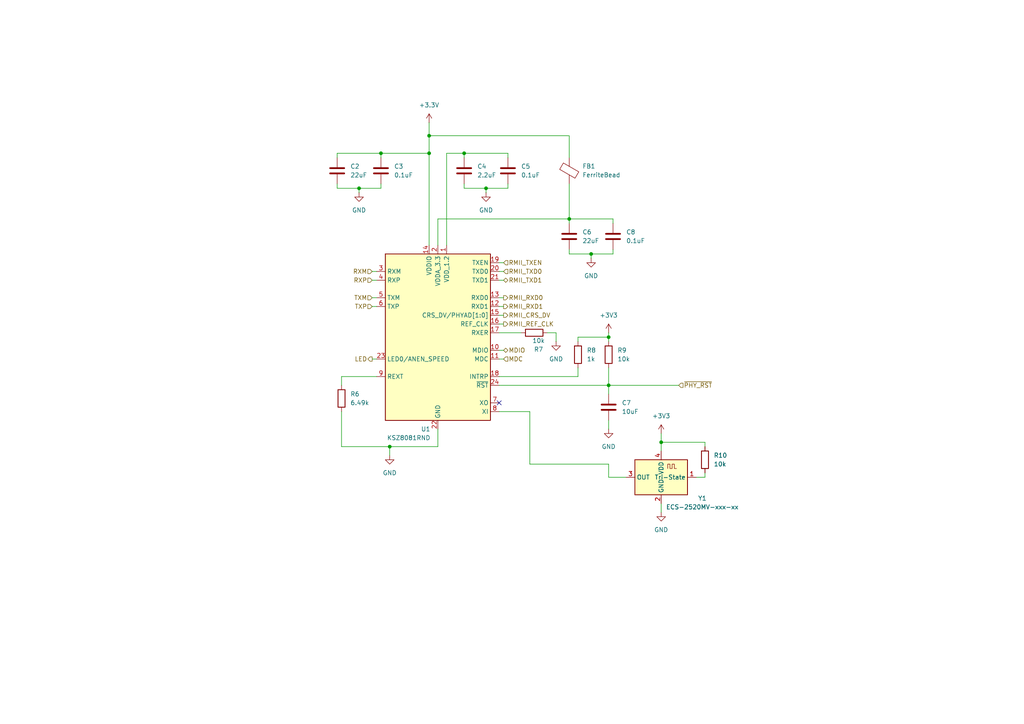
<source format=kicad_sch>
(kicad_sch (version 20250114) (generator "eeschema") (generator_version "9.0")
  (paper "A4")
  (title_block (title "iot-contact"))
  (lib_symbols
    (symbol "Device:C" (pin_numbers (hide yes)) (pin_names (offset 0.254))
      (property "Reference" "C" (at 0.635 2.54 0))
      (property "Value" "C" (at 0.635 -2.54 0))
      (symbol "C_0_1"
        (polyline (pts (xy -2.032 0.762) (xy 2.032 0.762)) (stroke (width 0.508)))
        (polyline (pts (xy -2.032 -0.762) (xy 2.032 -0.762)) (stroke (width 0.508)))
      )
      (symbol "C_1_1"
        (pin passive line (at 0 3.81 270) (length 2.794) (name "~") (number "1"))
        (pin passive line (at 0 -3.81 90) (length 2.794) (name "~") (number "2"))
      )
    )
    (symbol "Device:FerriteBead" (pin_numbers (hide yes)) (pin_names (offset 0))
      (property "Reference" "FB" (at -3.81 0.635 90))
      (property "Value" "FerriteBead" (at 3.81 0 90))
      (symbol "FerriteBead_0_1"
        (polyline (pts (xy -2.7686 0.4064) (xy -1.7018 2.2606) (xy 2.7686 -0.3048) (xy 1.6764 -2.159) (xy -2.7686 0.4064)))
        (polyline (pts (xy 0 1.27) (xy 0 1.2954)))
        (polyline (pts (xy 0 -1.27) (xy 0 -1.2192)))
      )
      (symbol "FerriteBead_1_1"
        (pin passive line (at 0 3.81 270) (length 2.54) (name "~") (number "1"))
        (pin passive line (at 0 -3.81 90) (length 2.54) (name "~") (number "2"))
      )
    )
    (symbol "Device:R" (pin_numbers (hide yes)) (pin_names (offset 0))
      (property "Reference" "R" (at 2.032 0 90))
      (property "Value" "R" (at 0 0 90))
      (symbol "R_0_1"
        (rectangle (start -1.016 -2.54) (end 1.016 2.54) (stroke (width 0.254)))
      )
      (symbol "R_1_1"
        (pin passive line (at 0 3.81 270) (length 1.27) (name "~") (number "1"))
        (pin passive line (at 0 -3.81 90) (length 1.27) (name "~") (number "2"))
      )
    )
    (symbol "Interface_Ethernet:KSZ8081RND"
      (property "Reference" "U" (at -15.24 26.035 0))
      (property "Value" "KSZ8081RND" (at 3.81 26.035 0))
      (symbol "KSZ8081RND_0_1"
        (rectangle (start -15.24 25.4) (end 15.24 -22.86) (stroke (width 0.254)) (fill (type background)))
      )
      (symbol "KSZ8081RND_1_1"
        (pin input line (at -17.78 22.86 0) (length 2.54) (name "TXEN") (number "19"))
        (pin input line (at -17.78 20.32 0) (length 2.54) (name "TXD0") (number "20"))
        (pin bidirectional line (at -17.78 17.78 0) (length 2.54) (name "TXD1") (number "21"))
        (pin output line (at -17.78 12.7 0) (length 2.54) (name "RXD0") (number "13"))
        (pin output line (at -17.78 10.16 0) (length 2.54) (name "RXD1") (number "12"))
        (pin output line (at -17.78 7.62 0) (length 2.54) (name "CRS_DV/PHYAD[1:0]") (number "15"))
        (pin output line (at -17.78 5.08 0) (length 2.54) (name "REF_CLK") (number "16"))
        (pin output line (at -17.78 2.54 0) (length 2.54) (name "RXER") (number "17"))
        (pin bidirectional line (at -17.78 -2.54 0) (length 2.54) (name "MDIO") (number "10"))
        (pin input line (at -17.78 -5.08 0) (length 2.54) (name "MDC") (number "11"))
        (pin bidirectional line (at -17.78 -10.16 0) (length 2.54) (name "INTRP") (number "18"))
        (pin input line (at -17.78 -12.7 0) (length 2.54) (name "~{RST}") (number "24"))
        (pin output line (at -17.78 -17.78 0) (length 2.54) (name "XO") (number "7"))
        (pin input line (at -17.78 -20.32 0) (length 2.54) (name "XI") (number "8"))
        (pin power_out line (at -2.54 27.94 270) (length 2.54) (name "VDD_1.2") (number "1"))
        (pin power_in line (at 0 27.94 270) (length 2.54) (name "VDDA_3.3") (number "2"))
        (pin power_in line (at 0 -25.4 90) (length 2.54) (name "GND") (number "22"))
        (pin passive line (at 0 -25.4 90) (length 2.54) (hide yes) (name "GND") (number "25"))
        (pin power_in line (at 2.54 27.94 270) (length 2.54) (name "VDDIO") (number "14"))
        (pin bidirectional line (at 17.78 20.32 180) (length 2.54) (name "RXM") (number "3"))
        (pin bidirectional line (at 17.78 17.78 180) (length 2.54) (name "RXP") (number "4"))
        (pin bidirectional line (at 17.78 12.7 180) (length 2.54) (name "TXM") (number "5"))
        (pin bidirectional line (at 17.78 10.16 180) (length 2.54) (name "TXP") (number "6"))
        (pin output line (at 17.78 -5.08 180) (length 2.54) (name "LED0/ANEN_SPEED") (number "23"))
        (pin passive line (at 17.78 -10.16 180) (length 2.54) (name "REXT") (number "9"))
      )
    )
    (symbol "Oscillator:ECS-2520MV-xxx-xx"
      (property "Reference" "Y" (at -5.08 6.35 0))
      (property "Value" "ECS-2520MV-xxx-xx" (at 1.27 -6.35 0))
      (symbol "ECS-2520MV-xxx-xx_0_1"
        (rectangle (start -7.62 5.08) (end 7.62 -5.08) (stroke (width 0.254)) (fill (type background)))
        (polyline (pts (xy -4.445 2.54) (xy -3.81 2.54) (xy -3.81 3.81) (xy -3.175 3.81) (xy -3.175 2.54) (xy -2.54 2.54) (xy -2.54 3.81) (xy -1.905 3.81) (xy -1.905 2.54)))
      )
      (symbol "ECS-2520MV-xxx-xx_1_1"
        (pin input line (at -10.16 0 0) (length 2.54) (name "Tri-State") (number "1"))
        (pin power_in line (at 0 7.62 270) (length 2.54) (name "VDD") (number "4"))
        (pin power_in line (at 0 -7.62 90) (length 2.54) (name "GND") (number "2"))
        (pin output line (at 10.16 0 180) (length 2.54) (name "OUT") (number "3"))
      )
    )
    (symbol "power:+3.3V" (power) (pin_numbers (hide yes)) (pin_names (offset 0) (hide yes))
      (property "Value" "+3.3V" (at 0 3.556 0))
      (symbol "+3.3V_0_1"
        (polyline (pts (xy -0.762 1.27) (xy 0 2.54)))
        (polyline (pts (xy 0 2.54) (xy 0.762 1.27)))
        (polyline (pts (xy 0 0) (xy 0 2.54)))
      )
      (symbol "+3.3V_1_1"
        (pin power_in line (at 0 0 90) (length 0) (name "~") (number "1"))
      )
    )
    (symbol "power:+3V3" (power) (pin_numbers (hide yes)) (pin_names (offset 0) (hide yes))
      (property "Value" "+3V3" (at 0 3.556 0))
      (symbol "+3V3_0_1"
        (polyline (pts (xy -0.762 1.27) (xy 0 2.54)))
        (polyline (pts (xy 0 2.54) (xy 0.762 1.27)))
        (polyline (pts (xy 0 0) (xy 0 2.54)))
      )
      (symbol "+3V3_1_1"
        (pin power_in line (at 0 0 90) (length 0) (name "~") (number "1"))
      )
    )
    (symbol "power:GND" (power) (pin_numbers (hide yes)) (pin_names (offset 0) (hide yes))
      (property "Value" "GND" (at 0 -3.81 0))
      (symbol "GND_0_1"
        (polyline (pts (xy 0 0) (xy 0 -1.27) (xy 1.27 -1.27) (xy 0 -2.54) (xy -1.27 -1.27) (xy 0 -1.27)))
      )
      (symbol "GND_1_1"
        (pin power_in line (at 0 0 270) (length 0) (name "~") (number "1"))
      )
    )
  )
  (junction (at 165.1 63.5))
  (junction (at 104.14 54.61))
  (junction (at 110.49 44.45))
  (junction (at 134.62 44.45))
  (junction (at 171.45 73.66))
  (junction (at 176.53 97.79))
  (junction (at 124.46 44.45))
  (junction (at 176.53 111.76))
  (junction (at 124.46 39.37))
  (junction (at 140.97 54.61))
  (junction (at 113.03 129.54))
  (junction (at 191.77 128.27))
  (no_connect (at 144.78 116.84))
  (wire (pts (xy 127 129.54) (xy 127 124.46)))
  (wire (pts (xy 107.95 81.28) (xy 109.22 81.28)))
  (wire (pts (xy 104.14 54.61) (xy 104.14 55.88)))
  (wire (pts (xy 201.93 138.43) (xy 204.47 138.43)))
  (wire (pts (xy 134.62 44.45) (xy 134.62 45.72)))
  (wire (pts (xy 167.64 99.06) (xy 167.64 97.79)))
  (wire (pts (xy 144.78 76.2) (xy 146.05 76.2)))
  (wire (pts (xy 204.47 128.27) (xy 191.77 128.27)))
  (wire (pts (xy 144.78 101.6) (xy 146.05 101.6)))
  (wire (pts (xy 99.06 119.38) (xy 99.06 129.54)))
  (wire (pts (xy 144.78 81.28) (xy 146.05 81.28)))
  (wire (pts (xy 176.53 106.68) (xy 176.53 111.76)))
  (wire (pts (xy 177.8 63.5) (xy 177.8 64.77)))
  (wire (pts (xy 124.46 44.45) (xy 124.46 71.12)))
  (wire (pts (xy 191.77 125.73) (xy 191.77 128.27)))
  (wire (pts (xy 176.53 134.62) (xy 153.67 134.62)))
  (wire (pts (xy 144.78 88.9) (xy 146.05 88.9)))
  (wire (pts (xy 181.61 138.43) (xy 176.53 138.43)))
  (wire (pts (xy 204.47 128.27) (xy 204.47 129.54)))
  (wire (pts (xy 110.49 53.34) (xy 110.49 54.61)))
  (wire (pts (xy 97.79 53.34) (xy 97.79 54.61)))
  (wire (pts (xy 165.1 39.37) (xy 124.46 39.37)))
  (wire (pts (xy 99.06 109.22) (xy 109.22 109.22)))
  (wire (pts (xy 134.62 53.34) (xy 134.62 54.61)))
  (wire (pts (xy 176.53 111.76) (xy 176.53 114.3)))
  (wire (pts (xy 144.78 78.74) (xy 146.05 78.74)))
  (wire (pts (xy 127 63.5) (xy 165.1 63.5)))
  (wire (pts (xy 107.95 88.9) (xy 109.22 88.9)))
  (wire (pts (xy 97.79 54.61) (xy 104.14 54.61)))
  (wire (pts (xy 165.1 63.5) (xy 177.8 63.5)))
  (wire (pts (xy 97.79 44.45) (xy 110.49 44.45)))
  (wire (pts (xy 171.45 73.66) (xy 171.45 74.93)))
  (wire (pts (xy 129.54 71.12) (xy 129.54 44.45)))
  (wire (pts (xy 124.46 35.56) (xy 124.46 39.37)))
  (wire (pts (xy 191.77 146.05) (xy 191.77 148.59)))
  (wire (pts (xy 144.78 111.76) (xy 176.53 111.76)))
  (wire (pts (xy 165.1 45.72) (xy 165.1 39.37)))
  (wire (pts (xy 144.78 96.52) (xy 151.13 96.52)))
  (wire (pts (xy 147.32 53.34) (xy 147.32 54.61)))
  (wire (pts (xy 176.53 111.76) (xy 196.85 111.76)))
  (wire (pts (xy 165.1 64.77) (xy 165.1 63.5)))
  (wire (pts (xy 144.78 86.36) (xy 146.05 86.36)))
  (wire (pts (xy 134.62 44.45) (xy 147.32 44.45)))
  (wire (pts (xy 158.75 96.52) (xy 161.29 96.52)))
  (wire (pts (xy 144.78 91.44) (xy 146.05 91.44)))
  (wire (pts (xy 165.1 72.39) (xy 165.1 73.66)))
  (wire (pts (xy 110.49 54.61) (xy 104.14 54.61)))
  (wire (pts (xy 144.78 104.14) (xy 146.05 104.14)))
  (wire (pts (xy 153.67 134.62) (xy 153.67 119.38)))
  (wire (pts (xy 99.06 111.76) (xy 99.06 109.22)))
  (wire (pts (xy 165.1 53.34) (xy 165.1 63.5)))
  (wire (pts (xy 113.03 129.54) (xy 113.03 132.08)))
  (wire (pts (xy 134.62 54.61) (xy 140.97 54.61)))
  (wire (pts (xy 124.46 39.37) (xy 124.46 44.45)))
  (wire (pts (xy 153.67 119.38) (xy 144.78 119.38)))
  (wire (pts (xy 191.77 128.27) (xy 191.77 130.81)))
  (wire (pts (xy 176.53 121.92) (xy 176.53 124.46)))
  (wire (pts (xy 167.64 109.22) (xy 167.64 106.68)))
  (wire (pts (xy 176.53 138.43) (xy 176.53 134.62)))
  (wire (pts (xy 161.29 96.52) (xy 161.29 99.06)))
  (wire (pts (xy 129.54 44.45) (xy 134.62 44.45)))
  (wire (pts (xy 127 71.12) (xy 127 63.5)))
  (wire (pts (xy 147.32 44.45) (xy 147.32 45.72)))
  (wire (pts (xy 177.8 73.66) (xy 171.45 73.66)))
  (wire (pts (xy 110.49 44.45) (xy 124.46 44.45)))
  (wire (pts (xy 140.97 54.61) (xy 140.97 55.88)))
  (wire (pts (xy 110.49 44.45) (xy 110.49 45.72)))
  (wire (pts (xy 176.53 96.52) (xy 176.53 97.79)))
  (wire (pts (xy 113.03 129.54) (xy 127 129.54)))
  (wire (pts (xy 167.64 97.79) (xy 176.53 97.79)))
  (wire (pts (xy 97.79 45.72) (xy 97.79 44.45)))
  (wire (pts (xy 107.95 78.74) (xy 109.22 78.74)))
  (wire (pts (xy 204.47 138.43) (xy 204.47 137.16)))
  (wire (pts (xy 177.8 72.39) (xy 177.8 73.66)))
  (wire (pts (xy 107.95 104.14) (xy 109.22 104.14)))
  (wire (pts (xy 99.06 129.54) (xy 113.03 129.54)))
  (wire (pts (xy 147.32 54.61) (xy 140.97 54.61)))
  (wire (pts (xy 107.95 86.36) (xy 109.22 86.36)))
  (wire (pts (xy 144.78 109.22) (xy 167.64 109.22)))
  (wire (pts (xy 144.78 93.98) (xy 146.05 93.98)))
  (wire (pts (xy 176.53 97.79) (xy 176.53 99.06)))
  (wire (pts (xy 165.1 73.66) (xy 171.45 73.66)))
  (hierarchical_label "RMII_REF_CLK" (shape output) (at 146.05 93.98 0))
  (hierarchical_label "~{PHY_RST}" (shape input) (at 196.85 111.76 0))
  (hierarchical_label "RMII_TXEN" (shape input) (at 146.05 76.2 0))
  (hierarchical_label "MDC" (shape input) (at 146.05 104.14 0))
  (hierarchical_label "RMII_TXD0" (shape input) (at 146.05 78.74 0))
  (hierarchical_label "TXP" (shape input) (at 107.95 88.9 180))
  (hierarchical_label "MDIO" (shape bidirectional) (at 146.05 101.6 0))
  (hierarchical_label "RMII_TXD1" (shape bidirectional) (at 146.05 81.28 0))
  (hierarchical_label "RXP" (shape input) (at 107.95 81.28 180))
  (hierarchical_label "TXM" (shape input) (at 107.95 86.36 180))
  (hierarchical_label "RMII_CRS_DV" (shape output) (at 146.05 91.44 0))
  (hierarchical_label "RMII_RXD1" (shape output) (at 146.05 88.9 0))
  (hierarchical_label "RMII_RXD0" (shape output) (at 146.05 86.36 0))
  (hierarchical_label "RXM" (shape input) (at 107.95 78.74 180))
  (hierarchical_label "LED" (shape output) (at 107.95 104.14 180))
  (symbol (lib_id "Device:C") (at 177.8 68.58 0) (unit 1)
    (property "Reference" "C8" (at 181.61 67.3099 0) (effects (justify left)))
    (property "Value" "0.1uF" (at 181.61 69.8499 0) (effects (justify left)))
    (property "Description" "Unpolarized capacitor" (effects (hide yes)))
  )
  (symbol (lib_id "Oscillator:ECS-2520MV-xxx-xx") (at 191.77 138.43 0) (mirror y) (unit 1)
    (property "Reference" "Y1" (at 203.708 144.526 0))
    (property "Value" "ECS-2520MV-xxx-xx" (at 203.708 147.066 0))
    (property "Footprint" "Oscillator:Oscillator_SMD_ECS_2520MV-xxx-xx-4Pin_2.5x2.0mm" (effects (hide yes)))
    (property "Datasheet" "https://www.ecsxtal.com/store/pdf/ECS-2520MV.pdf" (effects (hide yes)))
    (property "Description" "HCMOS Crystal Clock Oscillator, 2.5x2.0 mm SMD" (effects (hide yes)))
    (property "MPN" "ECS-2520MV-500-BN-TR" (effects (hide yes)))
    (property "Manufacturer" "ECS Inc." (effects (hide yes)))
  )
  (symbol (lib_id "Device:C") (at 134.62 49.53 0) (unit 1)
    (property "Reference" "C4" (at 138.43 48.2599 0) (effects (justify left)))
    (property "Value" "2.2uF" (at 138.43 50.7999 0) (effects (justify left)))
    (property "Description" "Unpolarized capacitor" (effects (hide yes)))
  )
  (symbol (lib_id "Device:R") (at 167.64 102.87 0) (unit 1)
    (property "Reference" "R8" (at 170.18 101.5999 0) (effects (justify left)))
    (property "Value" "1k" (at 170.18 104.1399 0) (effects (justify left)))
    (property "Description" "Resistor" (effects (hide yes)))
  )
  (symbol (lib_id "power:GND") (at 140.97 55.88 0) (unit 1)
    (property "Reference" "#PWR015" (effects (hide yes)))
    (property "Value" "GND" (at 140.97 60.96 0))
    (property "Description" "Power symbol creates a global label with name \"GND\" , ground" (effects (hide yes)))
  )
  (symbol (lib_id "power:GND") (at 113.03 132.08 0) (unit 1)
    (property "Reference" "#PWR013" (effects (hide yes)))
    (property "Value" "GND" (at 113.03 137.16 0))
    (property "Description" "Power symbol creates a global label with name \"GND\" , ground" (effects (hide yes)))
  )
  (symbol (lib_id "power:+3V3") (at 176.53 96.52 0) (unit 1)
    (property "Reference" "#PWR018" (effects (hide yes)))
    (property "Value" "+3V3" (at 176.53 91.44 0))
    (property "Description" "Power symbol creates a global label with name \"+3V3\"" (effects (hide yes)))
  )
  (symbol (lib_id "Device:R") (at 204.47 133.35 0) (unit 1)
    (property "Reference" "R10" (at 207.01 132.0799 0) (effects (justify left)))
    (property "Value" "10k" (at 207.01 134.6199 0) (effects (justify left)))
    (property "Description" "Resistor" (effects (hide yes)))
  )
  (symbol (lib_id "Device:C") (at 176.53 118.11 0) (unit 1)
    (property "Reference" "C7" (at 180.34 116.8399 0) (effects (justify left)))
    (property "Value" "10uF" (at 180.34 119.3799 0) (effects (justify left)))
    (property "Description" "Unpolarized capacitor" (effects (hide yes)))
  )
  (symbol (lib_id "Device:R") (at 99.06 115.57 0) (unit 1)
    (property "Reference" "R6" (at 101.6 114.2999 0) (effects (justify left)))
    (property "Value" "6.49k" (at 101.6 116.8399 0) (effects (justify left)))
    (property "Description" "Resistor" (effects (hide yes)))
  )
  (symbol (lib_id "Device:FerriteBead") (at 165.1 49.53 0) (unit 1)
    (property "Reference" "FB1" (at 168.91 48.2091 0) (effects (justify left)))
    (property "Value" "FerriteBead" (at 168.91 50.7491 0) (effects (justify left)))
    (property "Description" "Ferrite bead" (effects (hide yes)))
  )
  (symbol (lib_id "Interface_Ethernet:KSZ8081RND") (at 127 99.06 0) (mirror y) (unit 1)
    (property "Reference" "U1" (at 124.8567 124.46 0) (effects (justify left)))
    (property "Value" "KSZ8081RND" (at 124.8567 127 0) (effects (justify left)))
    (property "Footprint" "Package_DFN_QFN:QFN-24-1EP_4x4mm_P0.5mm_EP2.6x2.6mm" (effects (hide yes)))
    (property "Datasheet" "http://ww1.microchip.com/downloads/en/DeviceDoc/00002199A.pdf" (effects (hide yes)))
    (property "Description" "10BASE-T/100BASE-TX PHY with RMII Support, 50 MHz input clock, QFN-24" (effects (hide yes)))
  )
  (symbol (lib_id "power:GND") (at 171.45 74.93 0) (unit 1)
    (property "Reference" "#PWR017" (effects (hide yes)))
    (property "Value" "GND" (at 171.45 80.01 0))
    (property "Description" "Power symbol creates a global label with name \"GND\" , ground" (effects (hide yes)))
  )
  (symbol (lib_id "Device:C") (at 165.1 68.58 0) (unit 1)
    (property "Reference" "C6" (at 168.91 67.3099 0) (effects (justify left)))
    (property "Value" "22uF" (at 168.91 69.8499 0) (effects (justify left)))
    (property "Description" "Unpolarized capacitor" (effects (hide yes)))
  )
  (symbol (lib_id "Device:R") (at 154.94 96.52 270) (mirror x) (unit 1)
    (property "Reference" "R7" (at 156.21 101.346 90))
    (property "Value" "10k" (at 156.21 98.806 90))
    (property "Description" "Resistor" (effects (hide yes)))
  )
  (symbol (lib_id "power:GND") (at 176.53 124.46 0) (unit 1)
    (property "Reference" "#PWR019" (effects (hide yes)))
    (property "Value" "GND" (at 176.53 129.54 0))
    (property "Description" "Power symbol creates a global label with name \"GND\" , ground" (effects (hide yes)))
  )
  (symbol (lib_id "power:GND") (at 161.29 99.06 0) (unit 1)
    (property "Reference" "#PWR016" (effects (hide yes)))
    (property "Value" "GND" (at 161.29 104.14 0))
    (property "Description" "Power symbol creates a global label with name \"GND\" , ground" (effects (hide yes)))
  )
  (symbol (lib_id "power:+3.3V") (at 124.46 35.56 0) (unit 1)
    (property "Reference" "#PWR014" (effects (hide yes)))
    (property "Value" "+3.3V" (at 124.46 30.48 0))
    (property "Description" "Power symbol creates a global label with name \"+3.3V\"" (effects (hide yes)))
  )
  (symbol (lib_id "Device:R") (at 176.53 102.87 0) (unit 1)
    (property "Reference" "R9" (at 179.07 101.5999 0) (effects (justify left)))
    (property "Value" "10k" (at 179.07 104.1399 0) (effects (justify left)))
    (property "Description" "Resistor" (effects (hide yes)))
  )
  (symbol (lib_id "Device:C") (at 110.49 49.53 0) (unit 1)
    (property "Reference" "C3" (at 114.3 48.2599 0) (effects (justify left)))
    (property "Value" "0.1uF" (at 114.3 50.7999 0) (effects (justify left)))
    (property "Description" "Unpolarized capacitor" (effects (hide yes)))
  )
  (symbol (lib_id "Device:C") (at 97.79 49.53 0) (unit 1)
    (property "Reference" "C2" (at 101.6 48.2599 0) (effects (justify left)))
    (property "Value" "22uF" (at 101.6 50.7999 0) (effects (justify left)))
    (property "Description" "Unpolarized capacitor" (effects (hide yes)))
  )
  (symbol (lib_id "power:GND") (at 104.14 55.88 0) (unit 1)
    (property "Reference" "#PWR012" (effects (hide yes)))
    (property "Value" "GND" (at 104.14 60.96 0))
    (property "Description" "Power symbol creates a global label with name \"GND\" , ground" (effects (hide yes)))
  )
  (symbol (lib_id "Device:C") (at 147.32 49.53 0) (unit 1)
    (property "Reference" "C5" (at 151.13 48.2599 0) (effects (justify left)))
    (property "Value" "0.1uF" (at 151.13 50.7999 0) (effects (justify left)))
    (property "Description" "Unpolarized capacitor" (effects (hide yes)))
  )
  (symbol (lib_id "power:+3V3") (at 191.77 125.73 0) (unit 1)
    (property "Reference" "#PWR020" (effects (hide yes)))
    (property "Value" "+3V3" (at 191.77 120.65 0))
    (property "Description" "Power symbol creates a global label with name \"+3V3\"" (effects (hide yes)))
  )
  (symbol (lib_id "power:GND") (at 191.77 148.59 0) (unit 1)
    (property "Reference" "#PWR021" (effects (hide yes)))
    (property "Value" "GND" (at 191.77 153.67 0))
    (property "Description" "Power symbol creates a global label with name \"GND\" , ground" (effects (hide yes)))
  )
)
</source>
